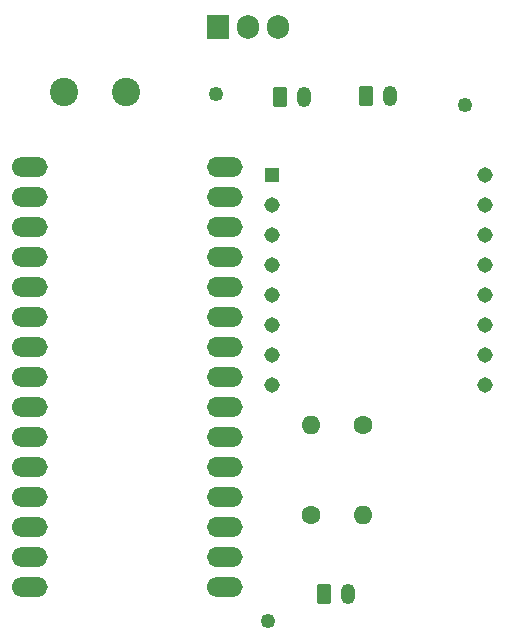
<source format=gbr>
%TF.GenerationSoftware,KiCad,Pcbnew,(6.0.6)*%
%TF.CreationDate,2023-03-26T16:02:17-07:00*%
%TF.ProjectId,SimplePCB-JST,53696d70-6c65-4504-9342-2d4a53542e6b,rev?*%
%TF.SameCoordinates,Original*%
%TF.FileFunction,Soldermask,Top*%
%TF.FilePolarity,Negative*%
%FSLAX46Y46*%
G04 Gerber Fmt 4.6, Leading zero omitted, Abs format (unit mm)*
G04 Created by KiCad (PCBNEW (6.0.6)) date 2023-03-26 16:02:17*
%MOMM*%
%LPD*%
G01*
G04 APERTURE LIST*
G04 Aperture macros list*
%AMRoundRect*
0 Rectangle with rounded corners*
0 $1 Rounding radius*
0 $2 $3 $4 $5 $6 $7 $8 $9 X,Y pos of 4 corners*
0 Add a 4 corners polygon primitive as box body*
4,1,4,$2,$3,$4,$5,$6,$7,$8,$9,$2,$3,0*
0 Add four circle primitives for the rounded corners*
1,1,$1+$1,$2,$3*
1,1,$1+$1,$4,$5*
1,1,$1+$1,$6,$7*
1,1,$1+$1,$8,$9*
0 Add four rect primitives between the rounded corners*
20,1,$1+$1,$2,$3,$4,$5,0*
20,1,$1+$1,$4,$5,$6,$7,0*
20,1,$1+$1,$6,$7,$8,$9,0*
20,1,$1+$1,$8,$9,$2,$3,0*%
G04 Aperture macros list end*
%ADD10RoundRect,0.250000X-0.350000X-0.625000X0.350000X-0.625000X0.350000X0.625000X-0.350000X0.625000X0*%
%ADD11O,1.200000X1.750000*%
%ADD12C,1.600000*%
%ADD13O,1.600000X1.600000*%
%ADD14C,1.308000*%
%ADD15R,1.308000X1.308000*%
%ADD16R,1.905000X2.000000*%
%ADD17O,1.905000X2.000000*%
%ADD18C,1.250000*%
%ADD19C,2.400000*%
%ADD20O,3.000000X1.700000*%
%ADD21C,1.700000*%
%ADD22O,1.700000X1.700000*%
G04 APERTURE END LIST*
D10*
%TO.C,J0+12v1*%
X80350000Y-35750000D03*
D11*
X82350000Y-35750000D03*
%TD*%
D12*
%TO.C,R10*%
X87325000Y-63465000D03*
D13*
X87325000Y-71085000D03*
%TD*%
D14*
%TO.C,U1*%
X79665500Y-49980000D03*
X79665500Y-52520000D03*
X97699500Y-49980000D03*
X97699500Y-52520000D03*
X79665500Y-55060000D03*
X79665500Y-47440000D03*
X97699500Y-47440000D03*
X97699500Y-55060000D03*
X79665500Y-44900000D03*
X97699500Y-44900000D03*
X79665500Y-57600000D03*
X97699500Y-57600000D03*
D15*
X79665500Y-42360000D03*
D14*
X97699500Y-42360000D03*
X79665500Y-60140000D03*
X97699500Y-60140000D03*
%TD*%
D16*
%TO.C,Q1*%
X75120000Y-29765000D03*
D17*
X77660000Y-29765000D03*
X80200000Y-29765000D03*
%TD*%
D18*
%TO.C,H1*%
X96000000Y-36370000D03*
%TD*%
D10*
%TO.C,J1*%
X87650000Y-35650000D03*
D11*
X89650000Y-35650000D03*
%TD*%
D18*
%TO.C,H4*%
X79320000Y-80120000D03*
%TD*%
D12*
%TO.C,R1*%
X82960000Y-71085000D03*
D13*
X82960000Y-63465000D03*
%TD*%
D19*
%TO.C,SW1*%
X62020000Y-35350000D03*
X67320000Y-35350000D03*
%TD*%
D20*
%TO.C,A1*%
X75655000Y-51805000D03*
D21*
X76290000Y-49265000D03*
D20*
X75655000Y-72125000D03*
X75655000Y-67045000D03*
X75655000Y-46725000D03*
X75655000Y-49265000D03*
D21*
X76290000Y-61965000D03*
D22*
X75020000Y-46725000D03*
D21*
X76290000Y-77205000D03*
D22*
X75020000Y-56885000D03*
X75020000Y-59425000D03*
D21*
X76290000Y-69585000D03*
X76290000Y-59425000D03*
X76290000Y-56885000D03*
D20*
X75655000Y-77205000D03*
X75655000Y-44185000D03*
D21*
X76290000Y-64505000D03*
X76290000Y-54345000D03*
D22*
X75020000Y-61965000D03*
D20*
X75655000Y-69585000D03*
D22*
X75020000Y-54345000D03*
X75020000Y-51805000D03*
D20*
X75655000Y-54345000D03*
X75655000Y-56885000D03*
D21*
X76290000Y-51805000D03*
D22*
X75020000Y-64505000D03*
X75020000Y-44185000D03*
X75020000Y-67045000D03*
X75020000Y-69585000D03*
X75020000Y-72125000D03*
X75020000Y-74665000D03*
D21*
X75020000Y-77205000D03*
D20*
X75655000Y-61965000D03*
D22*
X75020000Y-41645000D03*
D20*
X75655000Y-64505000D03*
D22*
X75020000Y-49265000D03*
D21*
X76290000Y-44185000D03*
X76290000Y-67045000D03*
X76290000Y-41645000D03*
D20*
X75655000Y-59425000D03*
X75655000Y-41645000D03*
X75655000Y-74665000D03*
D21*
X76290000Y-74665000D03*
X76290000Y-46725000D03*
X76290000Y-72125000D03*
D20*
X59145000Y-77205000D03*
X59145000Y-74665000D03*
X59145000Y-72125000D03*
X59145000Y-69585000D03*
X59145000Y-67045000D03*
X59145000Y-64505000D03*
X59145000Y-61965000D03*
X59145000Y-59425000D03*
X59145000Y-56885000D03*
X59145000Y-54345000D03*
X59145000Y-51805000D03*
X59145000Y-49265000D03*
X59145000Y-46725000D03*
X59145000Y-44185000D03*
D21*
X58510000Y-74665000D03*
X58510000Y-77205000D03*
X58510000Y-72125000D03*
X58510000Y-64505000D03*
X58510000Y-69585000D03*
X58510000Y-67045000D03*
X58510000Y-59425000D03*
X58510000Y-61965000D03*
X58510000Y-56885000D03*
X58510000Y-51805000D03*
X58510000Y-54345000D03*
X58510000Y-49265000D03*
X58510000Y-46725000D03*
X58510000Y-44185000D03*
D20*
X59145000Y-41645000D03*
D21*
X58510000Y-41645000D03*
X59780000Y-41645000D03*
D22*
X59780000Y-44185000D03*
X59780000Y-46725000D03*
X59780000Y-49265000D03*
X59780000Y-51805000D03*
X59780000Y-54345000D03*
X59780000Y-56885000D03*
X59780000Y-59425000D03*
X59780000Y-61965000D03*
X59780000Y-64505000D03*
X59780000Y-67045000D03*
X59780000Y-69585000D03*
X59780000Y-72125000D03*
X59780000Y-74665000D03*
X59780000Y-77205000D03*
%TD*%
D18*
%TO.C,H2*%
X74920000Y-35480000D03*
%TD*%
D10*
%TO.C,J6*%
X84070000Y-77850000D03*
D11*
X86070000Y-77850000D03*
%TD*%
M02*

</source>
